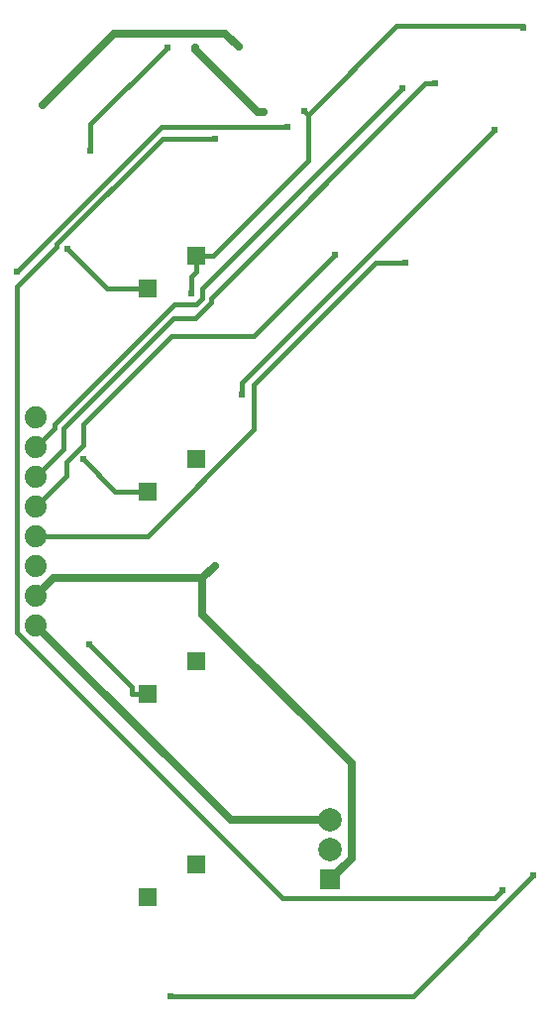
<source format=gbl>
G04 Layer: BottomLayer*
G04 EasyEDA v6.5.15, 2022-09-14 21:09:58*
G04 b6703ba792d845058589b0d9c50fe8b8,8325645c73b1497a9d20913bdd0b9c8b,10*
G04 Gerber Generator version 0.2*
G04 Scale: 100 percent, Rotated: No, Reflected: No *
G04 Dimensions in millimeters *
G04 leading zeros omitted , absolute positions ,4 integer and 5 decimal *
%FSLAX45Y45*%
%MOMM*%

%ADD10C,0.4000*%
%ADD11C,0.7000*%
%ADD12C,1.8796*%
%ADD13R,1.6000X1.6000*%
%ADD14C,2.0000*%
%ADD15R,1.8000X1.8000*%
%ADD16C,0.6100*%

%LPD*%
D10*
X4406900Y4216400D02*
G01*
X4406900Y4229100D01*
X3320714Y4229100D01*
X2565090Y3473475D01*
D11*
X1974519Y4051452D02*
G01*
X1860550Y4165422D01*
X913866Y4165422D01*
X303809Y3555364D01*
X2755900Y-2552700D02*
G01*
X1905000Y-2552700D01*
X241300Y-889000D01*
X2184400Y3493262D02*
G01*
X2138273Y3493262D01*
X1605508Y4026027D01*
X1605508Y4050639D01*
X1665681Y-482396D02*
G01*
X1769084Y-378993D01*
X2755900Y-3060700D02*
G01*
X2939364Y-2877235D01*
X2939364Y-2068728D01*
X1665681Y-795045D01*
X1665681Y-482396D01*
X1665681Y-482396D02*
G01*
X393903Y-482396D01*
X241300Y-635000D01*
D10*
X2393695Y3370961D02*
G01*
X1312519Y3370961D01*
X78460Y2136902D01*
X78460Y2132634D01*
X241300Y-127000D02*
G01*
X1197355Y-127000D01*
X2107438Y782828D01*
X2107438Y1167637D01*
X3148838Y2209037D01*
X3399536Y2209037D01*
X2793847Y2274570D02*
G01*
X2102129Y1582851D01*
X1399819Y1582851D01*
X648080Y831113D01*
X648080Y655548D01*
X499440Y506907D01*
X499440Y385140D01*
X241300Y127000D01*
X241300Y381000D02*
G01*
X481787Y621487D01*
X481787Y798195D01*
X1418107Y1734515D01*
X1602409Y1734515D01*
X1742795Y1874901D01*
X1742795Y1907971D01*
X3572408Y3737584D01*
X3653510Y3737584D01*
X241300Y635000D02*
G01*
X401624Y795324D01*
X401624Y831392D01*
X1425244Y1855012D01*
X1609572Y1855012D01*
X1662658Y1908098D01*
X1662658Y1991385D01*
X3369995Y3698722D01*
X1199895Y1990344D02*
G01*
X851458Y1990344D01*
X512445Y2329357D01*
X1770761Y3266567D02*
G01*
X1321460Y3266567D01*
X421792Y2366898D01*
X421792Y2344953D01*
X80010Y2003170D01*
X80010Y-950087D01*
X2349779Y-3219856D01*
X4159504Y-3219856D01*
X4227499Y-3151860D01*
X4161485Y3343630D02*
G01*
X2002307Y1184452D01*
X2002307Y1086865D01*
X2565095Y3473475D02*
G01*
X2532811Y3505758D01*
X1753920Y2269744D02*
G01*
X2565095Y3080918D01*
X2565095Y3473475D01*
X1613915Y2269744D02*
G01*
X1613915Y2129739D01*
X1572005Y1945665D02*
G01*
X1572005Y2087829D01*
X1613915Y2129739D01*
X1613915Y2269744D02*
G01*
X1753920Y2269744D01*
X1199895Y-1476247D02*
G01*
X1059891Y-1476247D01*
X694791Y-1050874D02*
G01*
X1059891Y-1415973D01*
X1059891Y-1476247D01*
X707517Y3167989D02*
G01*
X707517Y3391687D01*
X1363218Y4047388D01*
X1390065Y-4054144D02*
G01*
X3464229Y-4054144D01*
X4492294Y-3026079D01*
X1199895Y257047D02*
G01*
X922045Y257047D01*
X649909Y529183D01*
D12*
G01*
X241300Y-889000D03*
G01*
X241300Y-635000D03*
G01*
X241300Y-381000D03*
G01*
X241300Y-127000D03*
G01*
X241300Y127000D03*
G01*
X241300Y381000D03*
G01*
X241300Y635000D03*
G01*
X241300Y889000D03*
D13*
G01*
X1613915Y-1196847D03*
G01*
X1199895Y-1476247D03*
G01*
X1613915Y2269744D03*
G01*
X1199895Y1990344D03*
G01*
X1613915Y536447D03*
G01*
X1199895Y257047D03*
G01*
X1613915Y-2930144D03*
G01*
X1199895Y-3209544D03*
D14*
G01*
X2755900Y-2552700D03*
G01*
X2755900Y-2806700D03*
D15*
G01*
X2755900Y-3060700D03*
D16*
G01*
X1974519Y4051452D03*
G01*
X303809Y3555364D03*
G01*
X1605508Y4050639D03*
G01*
X2184400Y3493262D03*
G01*
X1769084Y-378993D03*
G01*
X2393695Y3370961D03*
G01*
X78460Y2132634D03*
G01*
X3399510Y2208961D03*
G01*
X2793847Y2274570D03*
G01*
X3653510Y3737584D03*
G01*
X3369995Y3698722D03*
G01*
X512445Y2329357D03*
G01*
X1770761Y3266567D03*
G01*
X4227499Y-3151860D03*
G01*
X4161485Y3343630D03*
G01*
X2002307Y1086865D03*
G01*
X2532811Y3505758D03*
G01*
X1572005Y1945665D03*
G01*
X4406900Y4216400D03*
G01*
X694791Y-1050874D03*
G01*
X707517Y3167989D03*
G01*
X1363218Y4047388D03*
G01*
X4492294Y-3026079D03*
G01*
X1390065Y-4054144D03*
G01*
X649909Y529183D03*
M02*

</source>
